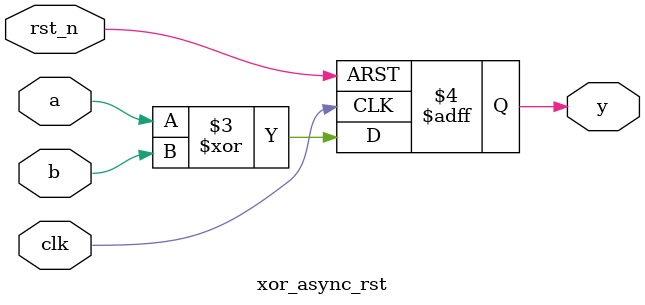
<source format=sv>
module xor_async_rst(
    input clk, rst_n,
    input a, b,
    output reg y
);
    always @(posedge clk or negedge rst_n) begin
        if(!rst_n) y <= 0;
        else y <= a ^ b;
    end
endmodule
</source>
